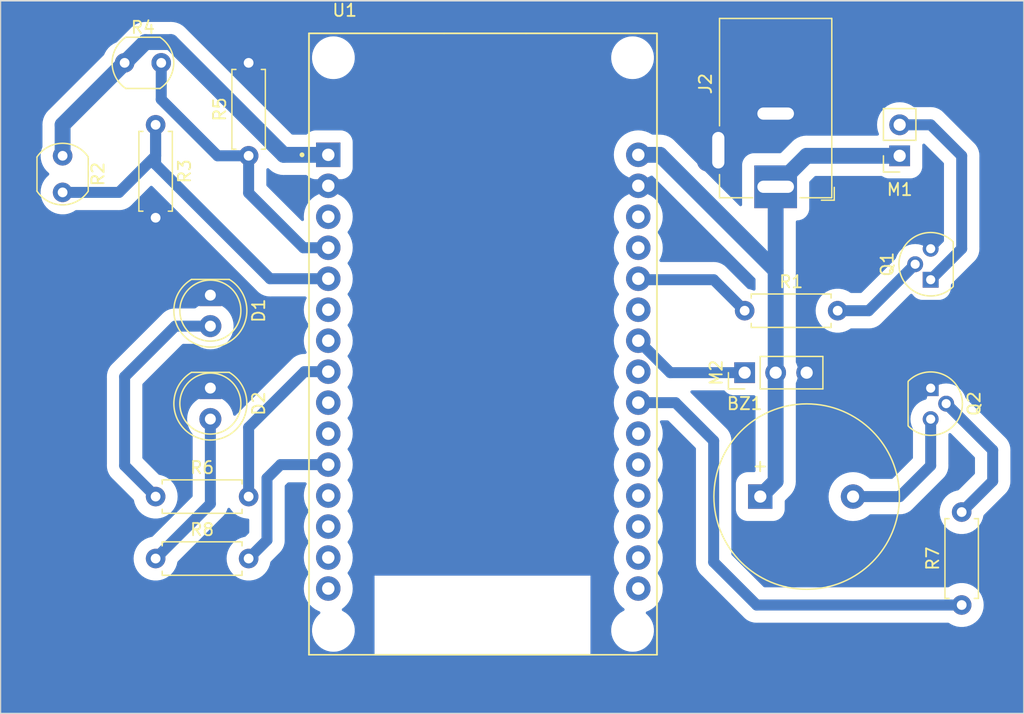
<source format=kicad_pcb>
(kicad_pcb (version 20221018) (generator pcbnew)
  (layers (0 "F.Cu" signal) (31 "B.Cu" signal) (34 "B.Paste" user) (35 "F.Paste" user) (36 "B.SilkS" user "B.Silkscreen") (37 "F.SilkS" user "F.Silkscreen") (38 "B.Mask" user) (39 "F.Mask" user) (44 "Edge.Cuts" user))
  (net 0 "")
  (net 1 "+5V")
  (net 2 "Net-(BZ1-+)")
  (net 3 "GND")
  (net 4 "Net-(D1-A)")
  (net 5 "Net-(D2-A)")
  (net 6 "Net-(M1--)")
  (net 7 "Net-(M2-PWM)")
  (net 8 "Net-(Q1-Pad2)")
  (net 9 "Net-(Q2-Pad2)")
  (net 10 "Net-(U1-D14)")
  (net 11 "+3.3V")
  (net 12 "Net-(U1-D4)")
  (net 13 "Net-(U1-D2)")
  (net 14 "Net-(U1-D5)")
  (net 15 "Net-(U1-D33)")
  (net 16 "Net-(U1-D21)")
  (footprint "Resistor_THT:R_Axial_DIN0207_L6.3mm_D2.5mm_P7.62mm_Horizontal" (layer "F.Cu") (at 83.82 91.44 90)
    (fp_text reference "R5" (at 3.81 -2.37 90) (layer "F.SilkS"))
    (fp_text value "10k")
    (fp_line (start 0.54 -1.37) (end 7.08 -1.37) (stroke (width 0.12)) (layer "F.SilkS"))
    (fp_line (start 0.54 -1.04) (end 0.54 -1.37) (stroke (width 0.12)) (layer "F.SilkS"))
    (fp_line (start 0.54 1.04) (end 0.54 1.37) (stroke (width 0.12)) (layer "F.SilkS"))
    (fp_line (start 0.54 1.37) (end 7.08 1.37) (stroke (width 0.12)) (layer "F.SilkS"))
    (fp_line (start 7.08 -1.37) (end 7.08 -1.04) (stroke (width 0.12)) (layer "F.SilkS"))
    (fp_line (start 7.08 1.37) (end 7.08 1.04) (stroke (width 0.12)) (layer "F.SilkS"))
    (pad "1" thru_hole circle (at 0 0 90) (size 1.6 1.6) (drill 0.8) (layers "*.Cu" "*.Mask") (net 13 "Net-(U1-D2)"))
    (pad "2" thru_hole oval (at 7.62 0 90) (size 1.6 1.6) (drill 0.8) (layers "*.Cu" "*.Mask") (net 3 "GND"))
  )
  (footprint "Resistor_THT:R_Axial_DIN0207_L6.3mm_D2.5mm_P7.62mm_Horizontal" (layer "F.Cu") (at 76.2 119.38)
    (fp_text reference "R6" (at 3.81 -2.37) (layer "F.SilkS"))
    (fp_text value "1k")
    (fp_line (start 0.54 -1.37) (end 7.08 -1.37) (stroke (width 0.12)) (layer "F.SilkS"))
    (fp_line (start 0.54 -1.04) (end 0.54 -1.37) (stroke (width 0.12)) (layer "F.SilkS"))
    (fp_line (start 0.54 1.04) (end 0.54 1.37) (stroke (width 0.12)) (layer "F.SilkS"))
    (fp_line (start 0.54 1.37) (end 7.08 1.37) (stroke (width 0.12)) (layer "F.SilkS"))
    (fp_line (start 7.08 -1.37) (end 7.08 -1.04) (stroke (width 0.12)) (layer "F.SilkS"))
    (fp_line (start 7.08 1.37) (end 7.08 1.04) (stroke (width 0.12)) (layer "F.SilkS"))
    (pad "1" thru_hole circle (at 0 0) (size 1.6 1.6) (drill 0.8) (layers "*.Cu" "*.Mask") (net 4 "Net-(D1-A)"))
    (pad "2" thru_hole oval (at 7.62 0) (size 1.6 1.6) (drill 0.8) (layers "*.Cu" "*.Mask") (net 14 "Net-(U1-D5)"))
  )
  (footprint "Package_TO_SOT_THT:TO-92" (layer "F.Cu") (at 139.7 110.49 -90)
    (fp_text reference "Q2" (at 1.27 -3.56 -90) (layer "F.SilkS"))
    (fp_text value "2N2222A")
    (fp_line (start -0.53 1.85) (end 3.07 1.85) (stroke (width 0.12)) (layer "F.SilkS"))
    (fp_arc (start -0.568478 1.838478) (mid -1.132087 -0.994977) (end 1.27 -2.6) (stroke (width 0.12)) (layer "F.SilkS"))
    (fp_arc (start 1.27 -2.6) (mid 3.672087 -0.994977) (end 3.108478 1.838478) (stroke (width 0.12)) (layer "F.SilkS"))
    (pad "1" thru_hole rect (at 0 0 270) (size 1.3 1.3) (drill 0.75) (layers "*.Cu" "*.Mask") (net 3 "GND"))
    (pad "2" thru_hole circle (at 1.27 -1.27 270) (size 1.3 1.3) (drill 0.75) (layers "*.Cu" "*.Mask") (net 9 "Net-(Q2-Pad2)"))
    (pad "3" thru_hole circle (at 2.54 0 270) (size 1.3 1.3) (drill 0.75) (layers "*.Cu" "*.Mask") (net 2 "Net-(BZ1-+)"))
  )
  (footprint "Connector_PinSocket_2.54mm:PinSocket_1x02_P2.54mm_Vertical" (layer "F.Cu") (at 137.16 91.44 180)
    (fp_text reference "M1" (at 0 -2.77) (layer "F.SilkS"))
    (fp_text value "Bomba de agua")
    (fp_line (start -1.33 1.27) (end -1.33 3.87) (stroke (width 0.12)) (layer "F.SilkS"))
    (fp_line (start -1.33 1.27) (end 1.33 1.27) (stroke (width 0.12)) (layer "F.SilkS"))
    (fp_line (start -1.33 3.87) (end 1.33 3.87) (stroke (width 0.12)) (layer "F.SilkS"))
    (fp_line (start 0 -1.33) (end 1.33 -1.33) (stroke (width 0.12)) (layer "F.SilkS"))
    (fp_line (start 1.33 -1.33) (end 1.33 0) (stroke (width 0.12)) (layer "F.SilkS"))
    (fp_line (start 1.33 1.27) (end 1.33 3.87) (stroke (width 0.12)) (layer "F.SilkS"))
    (pad "1" thru_hole rect (at 0 0 180) (size 1.7 1.7) (drill 1) (layers "*.Cu" "*.Mask") (net 1 "+5V"))
    (pad "2" thru_hole oval (at 0 2.54 180) (size 1.7 1.7) (drill 1) (layers "*.Cu" "*.Mask") (net 6 "Net-(M1--)"))
  )
  (footprint "Resistor_THT:R_Axial_DIN0207_L6.3mm_D2.5mm_P7.62mm_Horizontal" (layer "F.Cu") (at 142.24 128.27 90)
    (fp_text reference "R7" (at 3.81 -2.37 90) (layer "F.SilkS"))
    (fp_text value "1K")
    (fp_line (start 0.54 -1.37) (end 7.08 -1.37) (stroke (width 0.12)) (layer "F.SilkS"))
    (fp_line (start 0.54 -1.04) (end 0.54 -1.37) (stroke (width 0.12)) (layer "F.SilkS"))
    (fp_line (start 0.54 1.04) (end 0.54 1.37) (stroke (width 0.12)) (layer "F.SilkS"))
    (fp_line (start 0.54 1.37) (end 7.08 1.37) (stroke (width 0.12)) (layer "F.SilkS"))
    (fp_line (start 7.08 -1.37) (end 7.08 -1.04) (stroke (width 0.12)) (layer "F.SilkS"))
    (fp_line (start 7.08 1.37) (end 7.08 1.04) (stroke (width 0.12)) (layer "F.SilkS"))
    (pad "1" thru_hole circle (at 0 0 90) (size 1.6 1.6) (drill 0.8) (layers "*.Cu" "*.Mask") (net 15 "Net-(U1-D33)"))
    (pad "2" thru_hole oval (at 7.62 0 90) (size 1.6 1.6) (drill 0.8) (layers "*.Cu" "*.Mask") (net 9 "Net-(Q2-Pad2)"))
  )
  (footprint "Package_TO_SOT_THT:TO-92" (layer "F.Cu") (at 139.7 101.6 90)
    (fp_text reference "Q1" (at 1.27 -3.56 90) (layer "F.SilkS"))
    (fp_text value "2N2222A")
    (fp_line (start -0.53 1.85) (end 3.07 1.85) (stroke (width 0.12)) (layer "F.SilkS"))
    (fp_arc (start -0.568478 1.838478) (mid -1.132087 -0.994977) (end 1.27 -2.6) (stroke (width 0.12)) (layer "F.SilkS"))
    (fp_arc (start 1.27 -2.6) (mid 3.672087 -0.994977) (end 3.108478 1.838478) (stroke (width 0.12)) (layer "F.SilkS"))
    (pad "1" thru_hole rect (at 0 0 90) (size 1.3 1.3) (drill 0.75) (layers "*.Cu" "*.Mask") (net 6 "Net-(M1--)"))
    (pad "2" thru_hole circle (at 1.27 -1.27 90) (size 1.3 1.3) (drill 0.75) (layers "*.Cu" "*.Mask") (net 8 "Net-(Q1-Pad2)"))
    (pad "3" thru_hole circle (at 2.54 0 90) (size 1.3 1.3) (drill 0.75) (layers "*.Cu" "*.Mask") (net 3 "GND"))
  )
  (footprint "Resistor_THT:R_Axial_DIN0207_L6.3mm_D2.5mm_P7.62mm_Horizontal" (layer "F.Cu") (at 76.2 88.9 -90)
    (fp_text reference "R3" (at 3.81 -2.37 90) (layer "F.SilkS"))
    (fp_text value "10k")
    (fp_line (start 0.54 -1.37) (end 7.08 -1.37) (stroke (width 0.12)) (layer "F.SilkS"))
    (fp_line (start 0.54 -1.04) (end 0.54 -1.37) (stroke (width 0.12)) (layer "F.SilkS"))
    (fp_line (start 0.54 1.04) (end 0.54 1.37) (stroke (width 0.12)) (layer "F.SilkS"))
    (fp_line (start 0.54 1.37) (end 7.08 1.37) (stroke (width 0.12)) (layer "F.SilkS"))
    (fp_line (start 7.08 -1.37) (end 7.08 -1.04) (stroke (width 0.12)) (layer "F.SilkS"))
    (fp_line (start 7.08 1.37) (end 7.08 1.04) (stroke (width 0.12)) (layer "F.SilkS"))
    (pad "1" thru_hole circle (at 0 0 270) (size 1.6 1.6) (drill 0.8) (layers "*.Cu" "*.Mask") (net 12 "Net-(U1-D4)"))
    (pad "2" thru_hole oval (at 7.62 0 270) (size 1.6 1.6) (drill 0.8) (layers "*.Cu" "*.Mask") (net 3 "GND"))
  )
  (footprint "OptoDevice:R_LDR_5.0x4.1mm_P3mm_Vertical" (layer "F.Cu") (at 73.66 83.82)
    (fp_text reference "R4" (at 1.5 -2.9) (layer "F.SilkS"))
    (fp_text value "Foto_Resistencia")
    (fp_line (start 0.1 -2.1) (end 2.9 -2.1) (stroke (width 0.12)) (layer "F.SilkS"))
    (fp_line (start 0.1 2.1) (end 2.9 2.1) (stroke (width 0.12)) (layer "F.SilkS"))
    (fp_arc (start 0.1 2.1) (mid -1.023872 -0.008372) (end 0.113963 -2.109242) (stroke (width 0.12)) (layer "F.SilkS"))
    (fp_arc (start 2.9 -2.1) (mid 4.023872 0.008372) (end 2.886037 2.109242) (stroke (width 0.12)) (layer "F.SilkS"))
    (pad "1" thru_hole circle (at 0 0) (size 1.6 1.6) (drill 0.8) (layers "*.Cu" "*.Mask") (net 11 "+3.3V"))
    (pad "2" thru_hole circle (at 3 0) (size 1.6 1.6) (drill 0.8) (layers "*.Cu" "*.Mask") (net 13 "Net-(U1-D2)"))
  )
  (footprint "Connector_PinHeader_2.54mm:PinHeader_1x03_P2.54mm_Vertical" (layer "F.Cu") (at 124.46 109.22 90)
    (fp_text reference "M2" (at 0 -2.33 90) (layer "F.SilkS"))
    (fp_text value "Motor_Servo_mg995")
    (fp_line (start -1.33 -1.33) (end 0 -1.33) (stroke (width 0.12)) (layer "F.SilkS"))
    (fp_line (start -1.33 0) (end -1.33 -1.33) (stroke (width 0.12)) (layer "F.SilkS"))
    (fp_line (start -1.33 1.27) (end -1.33 6.41) (stroke (width 0.12)) (layer "F.SilkS"))
    (fp_line (start -1.33 1.27) (end 1.33 1.27) (stroke (width 0.12)) (layer "F.SilkS"))
    (fp_line (start -1.33 6.41) (end 1.33 6.41) (stroke (width 0.12)) (layer "F.SilkS"))
    (fp_line (start 1.33 1.27) (end 1.33 6.41) (stroke (width 0.12)) (layer "F.SilkS"))
    (pad "1" thru_hole rect (at 0 0 90) (size 1.7 1.7) (drill 1) (layers "*.Cu" "*.Mask") (net 7 "Net-(M2-PWM)"))
    (pad "2" thru_hole oval (at 0 2.54 90) (size 1.7 1.7) (drill 1) (layers "*.Cu" "*.Mask") (net 1 "+5V"))
    (pad "3" thru_hole oval (at 0 5.08 90) (size 1.7 1.7) (drill 1) (layers "*.Cu" "*.Mask") (net 3 "GND"))
  )
  (footprint "Resistor_THT:R_Axial_DIN0207_L6.3mm_D2.5mm_P7.62mm_Horizontal" (layer "F.Cu") (at 76.2 124.46)
    (fp_text reference "R8" (at 3.81 -2.37) (layer "F.SilkS"))
    (fp_text value "1k")
    (fp_line (start 0.54 -1.37) (end 7.08 -1.37) (stroke (width 0.12)) (layer "F.SilkS"))
    (fp_line (start 0.54 -1.04) (end 0.54 -1.37) (stroke (width 0.12)) (layer "F.SilkS"))
    (fp_line (start 0.54 1.04) (end 0.54 1.37) (stroke (width 0.12)) (layer "F.SilkS"))
    (fp_line (start 0.54 1.37) (end 7.08 1.37) (stroke (width 0.12)) (layer "F.SilkS"))
    (fp_line (start 7.08 -1.37) (end 7.08 -1.04) (stroke (width 0.12)) (layer "F.SilkS"))
    (fp_line (start 7.08 1.37) (end 7.08 1.04) (stroke (width 0.12)) (layer "F.SilkS"))
    (pad "1" thru_hole circle (at 0 0) (size 1.6 1.6) (drill 0.8) (layers "*.Cu" "*.Mask") (net 5 "Net-(D2-A)"))
    (pad "2" thru_hole oval (at 7.62 0) (size 1.6 1.6) (drill 0.8) (layers "*.Cu" "*.Mask") (net 16 "Net-(U1-D21)"))
  )
  (footprint "LED_THT:LED_D5.0mm" (layer "F.Cu") (at 80.685 110.485 -90)
    (fp_text reference "D2" (at 1.27 -3.96 -90) (layer "F.SilkS"))
    (fp_text value "2V_RED")
    (fp_line (start -1.29 -1.545) (end -1.29 1.545) (stroke (width 0.12)) (layer "F.SilkS"))
    (fp_arc (start -1.29 -1.54483) (mid 2.072002 -2.880433) (end 4.26 0.000462) (stroke (width 0.12)) (layer "F.SilkS"))
    (fp_arc (start 4.26 -0.000462) (mid 2.072002 2.880433) (end -1.29 1.54483) (stroke (width 0.12)) (layer "F.SilkS"))
    (fp_circle (center 1.27 0) (end 3.77 0) (stroke (width 0.12)) (fill none) (layer "F.SilkS"))
    (pad "1" thru_hole rect (at 0 0 270) (size 1.8 1.8) (drill 0.9) (layers "*.Cu" "*.Mask") (net 3 "GND"))
    (pad "2" thru_hole circle (at 2.54 0 270) (size 1.8 1.8) (drill 0.9) (layers "*.Cu" "*.Mask") (net 5 "Net-(D2-A)"))
  )
  (footprint "Connector_BarrelJack:BarrelJack_Horizontal" (layer "F.Cu") (at 127 93.98 -90)
    (fp_text reference "J2" (at -8.45 5.75 90) (layer "F.SilkS"))
    (fp_text value "Barrel_Jack_Switch")
    (fp_line (start -13.8 -4.6) (end 0.9 -4.6) (stroke (width 0.12)) (layer "F.SilkS"))
    (fp_line (start -13.8 4.6) (end -13.8 -4.6) (stroke (width 0.12)) (layer "F.SilkS"))
    (fp_line (start -5 4.6) (end -13.8 4.6) (stroke (width 0.12)) (layer "F.SilkS"))
    (fp_line (start 0.05 -4.8) (end 1.1 -4.8) (stroke (width 0.12)) (layer "F.SilkS"))
    (fp_line (start 0.9 -4.6) (end 0.9 -2) (stroke (width 0.12)) (layer "F.SilkS"))
    (fp_line (start 0.9 1.9) (end 0.9 4.6) (stroke (width 0.12)) (layer "F.SilkS"))
    (fp_line (start 0.9 4.6) (end -1 4.6) (stroke (width 0.12)) (layer "F.SilkS"))
    (fp_line (start 1.1 -3.75) (end 1.1 -4.8) (stroke (width 0.12)) (layer "F.SilkS"))
    (pad "1" thru_hole rect (at 0 0 270) (size 3.5 3.5) (drill oval 1 3) (layers "*.Cu" "*.Mask") (net 1 "+5V"))
    (pad "2" thru_hole roundrect (at -6 0 270) (size 3 3.5) (drill oval 1 3) (layers "*.Cu" "*.Mask") (net 3 "GND"))
    (pad "3" thru_hole roundrect (at -3 4.7 270) (size 3.5 3.5) (drill oval 3 1) (layers "*.Cu" "*.Mask") (net 3 "GND"))
  )
  (footprint "Resistor_THT:R_Axial_DIN0207_L6.3mm_D2.5mm_P7.62mm_Horizontal" (layer "F.Cu") (at 124.46 104.14)
    (fp_text reference "R1" (at 3.81 -2.37) (layer "F.SilkS"))
    (fp_text value "1K")
    (fp_line (start 0.54 -1.37) (end 7.08 -1.37) (stroke (width 0.12)) (layer "F.SilkS"))
    (fp_line (start 0.54 -1.04) (end 0.54 -1.37) (stroke (width 0.12)) (layer "F.SilkS"))
    (fp_line (start 0.54 1.04) (end 0.54 1.37) (stroke (width 0.12)) (layer "F.SilkS"))
    (fp_line (start 0.54 1.37) (end 7.08 1.37) (stroke (width 0.12)) (layer "F.SilkS"))
    (fp_line (start 7.08 -1.37) (end 7.08 -1.04) (stroke (width 0.12)) (layer "F.SilkS"))
    (fp_line (start 7.08 1.37) (end 7.08 1.04) (stroke (width 0.12)) (layer "F.SilkS"))
    (pad "1" thru_hole circle (at 0 0) (size 1.6 1.6) (drill 0.8) (layers "*.Cu" "*.Mask") (net 10 "Net-(U1-D14)"))
    (pad "2" thru_hole oval (at 7.62 0) (size 1.6 1.6) (drill 0.8) (layers "*.Cu" "*.Mask") (net 8 "Net-(Q1-Pad2)"))
  )
  (footprint "ESP32_V1:MODULE_ESP32_DEVKIT_V1" (layer "F.Cu") (at 103.045 106.875)
    (fp_text reference "U1" (at -11.355 -27.36) (layer "F.SilkS"))
    (fp_text value "ESP32-DEVKIT-V1")
    (fp_line (start -14.28 -25.475) (end -3.211 -25.475) (stroke (width 0.127)) (layer "F.SilkS"))
    (fp_line (start -14.28 -25.475) (end 14.23 -25.475) (stroke (width 0.127)) (layer "F.SilkS"))
    (fp_line (start -14.28 25.475) (end -14.28 -25.475) (stroke (width 0.127)) (layer "F.SilkS"))
    (fp_line (start -14.28 25.475) (end -14.28 -25.475) (stroke (width 0.127)) (layer "F.SilkS"))
    (fp_line (start -14.28 25.475) (end -8.91 25.475) (stroke (width 0.127)) (layer "F.SilkS"))
    (fp_line (start -8.91 25.475) (end 8.78 25.475) (stroke (width 0.127)) (layer "F.SilkS"))
    (fp_line (start -3.211 -25.475) (end 3.5 -25.475) (stroke (width 0.127)) (layer "F.SilkS"))
    (fp_line (start 3.5 -25.475) (end 14.23 -25.475) (stroke (width 0.127)) (layer "F.SilkS"))
    (fp_line (start 8.78 25.475) (end 14.23 25.475) (stroke (width 0.127)) (layer "F.SilkS"))
    (fp_line (start 14.23 -25.475) (end 14.23 25.475) (stroke (width 0.127)) (layer "F.SilkS"))
    (fp_line (start 14.23 -25.475) (end 14.23 25.475) (stroke (width 0.127)) (layer "F.SilkS"))
    (fp_line (start 14.23 25.475) (end -14.28 25.475) (stroke (width 0.127)) (layer "F.SilkS"))
    (fp_circle (center -14.85 -15.515) (end -14.75 -15.515) (stroke (width 0.2)) (fill none) (layer "F.SilkS"))
    (pad "" np_thru_hole circle (at -12.28 -23.475) (size 3 3) (drill 3) (layers "*.Cu" "*.Mask"))
    (pad "" np_thru_hole circle (at -12.28 23.475) (size 3 3) (drill 3) (layers "*.Cu" "*.Mask"))
    (pad "" np_thru_hole circle (at 12.23 -23.475) (size 3 3) (drill 3) (layers "*.Cu" "*.Mask"))
    (pad "" np_thru_hole circle (at 12.23 23.475) (size 3 3) (drill 3) (layers "*.Cu" "*.Mask"))
    (pad "1" thru_hole rect (at -12.7 -15.515) (size 2 2) (drill 1.02) (layers "*.Cu" "*.Mask") (net 11 "+3.3V"))
    (pad "2" thru_hole circle (at -12.7 -12.975) (size 2 2) (drill 1.02) (layers "*.Cu" "*.Mask") (net 3 "GND"))
    (pad "3" thru_hole circle (at -12.7 -10.435) (size 2 2) (drill 1.02) (layers "*.Cu" "*.Mask"))
    (pad "4" thru_hole circle (at -12.7 -7.895) (size 2 2) (drill 1.02) (layers "*.Cu" "*.Mask") (net 13 "Net-(U1-D2)"))
    (pad "5" thru_hole circle (at -12.7 -5.355) (size 2 2) (drill 1.02) (layers "*.Cu" "*.Mask") (net 12 "Net-(U1-D4)"))
    (pad "6" thru_hole circle (at -12.7 -2.815) (size 2 2) (drill 1.02) (layers "*.Cu" "*.Mask"))
    (pad "7" thru_hole circle (at -12.7 -0.275) (size 2 2) (drill 1.02) (layers "*.Cu" "*.Mask"))
    (pad "8" thru_hole circle (at -12.7 2.265) (size 2 2) (drill 1.02) (layers "*.Cu" "*.Mask") (net 14 "Net-(U1-D5)"))
    (pad "9" thru_hole circle (at -12.7 4.805) (size 2 2) (drill 1.02) (layers "*.Cu" "*.Mask"))
    (pad "10" thru_hole circle (at -12.7 7.345) (size 2 2) (drill 1.02) (layers "*.Cu" "*.Mask"))
    (pad "11" thru_hole circle (at -12.7 9.885) (size 2 2) (drill 1.02) (layers "*.Cu" "*.Mask") (net 16 "Net-(U1-D21)"))
    (pad "12" thru_hole circle (at -12.7 12.425) (size 2 2) (drill 1.02) (layers "*.Cu" "*.Mask"))
    (pad "13" thru_hole circle (at -12.7 14.965) (size 2 2) (drill 1.02) (layers "*.Cu" "*.Mask"))
    (pad "14" thru_hole circle (at -12.7 17.505) (size 2 2) (drill 1.02) (layers "*.Cu" "*.Mask"))
    (pad "15" thru_hole circle (at -12.7 20.045) (size 2 2) (drill 1.02) (layers "*.Cu" "*.Mask"))
    (pad "16" thru_hole circle (at 12.7 20.045) (size 2 2) (drill 1.02) (layers "*.Cu" "*.Mask"))
    (pad "17" thru_hole circle (at 12.7 17.505) (size 2 2) (drill 1.02) (layers "*.Cu" "*.Mask"))
    (pad "18" thru_hole circle (at 12.7 14.965) (size 2 2) (drill 1.02) (layers "*.Cu" "*.Mask"))
    (pad "19" thru_hole circle (at 12.7 12.425) (size 2 2) (drill 1.02) (layers "*.Cu" "*.Mask"))
    (pad "20" thru_hole circle (at 12.7 9.885) (size 2 2) (drill 1.02) (layers "*.Cu" "*.Mask"))
    (pad "21" thru_hole circle (at 12.7 7.345) (size 2 2) (drill 1.02) (layers "*.Cu" "*.Mask"))
    (pad "22" thru_hole circle (at 12.7 4.805) (size 2 2) (drill 1.02) (layers "*.Cu" "*.Mask") (net 15 "Net-(U1-D33)"))
    (pad "23" thru_hole circle (at 12.7 2.265) (size 2 2) (drill 1.02) (layers "*.Cu" "*.Mask"))
    (pad "24" thru_hole circle (at 12.7 -0.275) (size 2 2) (drill 1.02) (layers "*.Cu" "*.Mask") (net 7 "Net-(M2-PWM)"))
    (pad "25" thru_hole circle (at 12.7 -2.815) (size 2 2) (drill 1.02) (layers "*.Cu" "*.Mask"))
    (pad "26" thru_hole circle (at 12.7 -5.355) (size 2 2) (drill 1.02) (layers "*.Cu" "*.Mask") (net 10 "Net-(U1-D14)"))
    (pad "27" thru_hole circle (at 12.7 -7.895) (size 2 2) (drill 1.02) (layers "*.Cu" "*.Mask"))
    (pad "28" thru_hole circle (at 12.7 -10.435) (size 2 2) (drill 1.02) (layers "*.Cu" "*.Mask"))
    (pad "29" thru_hole circle (at 12.7 -12.975) (size 2 2) (drill 1.02) (layers "*.Cu" "*.Mask") (net 3 "GND"))
    (pad "30" thru_hole circle (at 12.7 -15.515) (size 2 2) (drill 1.02) (layers "*.Cu" "*.Mask") (net 1 "+5V"))
    (zone (net 0) (net_name "") (layer "B.Cu") (connect_pads (clearance 0)) (min_thickness 0.01)
      (keepout (tracks not_allowed) (vias not_allowed) (pads not_allowed) (copperpour not_allowed) (footprints allowed))
      (fill (thermal_gap 0.508) (thermal_bridge_width 0.508))
      (polygon (pts (xy 94.135 125.86) (xy 111.825 125.86) (xy 111.825 132.35) (xy 94.135 132.35)))
    )
  )
  (footprint "Buzzer_Beeper:Buzzer_15x7.5RM7.6" (layer "F.Cu") (at 125.74 119.38)
    (fp_text reference "BZ1" (at -1.28 -7.62) (layer "F.SilkS"))
    (fp_text value "5V_Buzzer")
    (fp_text user "+" (at -0.01 -2.54) (layer "F.SilkS"))
    (fp_circle (center 3.8 0) (end 11.4 0) (stroke (width 0.12)) (fill none) (layer "F.SilkS"))
    (pad "1" thru_hole rect (at 0 0) (size 2 2) (drill 1) (layers "*.Cu" "*.Mask") (net 1 "+5V"))
    (pad "2" thru_hole circle (at 7.6 0) (size 2 2) (drill 1) (layers "*.Cu" "*.Mask") (net 2 "Net-(BZ1-+)"))
  )
  (footprint "LED_THT:LED_D5.0mm" (layer "F.Cu") (at 80.685 102.865 -90)
    (fp_text reference "D1" (at 1.27 -3.96 -90) (layer "F.SilkS"))
    (fp_text value "2V_RED")
    (fp_line (start -1.29 -1.545) (end -1.29 1.545) (stroke (width 0.12)) (layer "F.SilkS"))
    (fp_arc (start -1.29 -1.54483) (mid 2.072002 -2.880433) (end 4.26 0.000462) (stroke (width 0.12)) (layer "F.SilkS"))
    (fp_arc (start 4.26 -0.000462) (mid 2.072002 2.880433) (end -1.29 1.54483) (stroke (width 0.12)) (layer "F.SilkS"))
    (fp_circle (center 1.27 0) (end 3.77 0) (stroke (width 0.12)) (fill none) (layer "F.SilkS"))
    (pad "1" thru_hole rect (at 0 0 270) (size 1.8 1.8) (drill 0.9) (layers "*.Cu" "*.Mask") (net 3 "GND"))
    (pad "2" thru_hole circle (at 2.54 0 270) (size 1.8 1.8) (drill 0.9) (layers "*.Cu" "*.Mask") (net 4 "Net-(D1-A)"))
  )
  (footprint "OptoDevice:R_LDR_5.0x4.1mm_P3mm_Vertical" (layer "F.Cu") (at 68.58 91.44 -90)
    (fp_text reference "R2" (at 1.5 -2.9 90) (layer "F.SilkS"))
    (fp_text value "Foto_Resistencia")
    (fp_line (start 0.1 -2.1) (end 2.9 -2.1) (stroke (width 0.12)) (layer "F.SilkS"))
    (fp_line (start 0.1 2.1) (end 2.9 2.1) (stroke (width 0.12)) (layer "F.SilkS"))
    (fp_arc (start 0.1 2.1) (mid -1.023872 -0.008372) (end 0.113963 -2.109242) (stroke (width 0.12)) (layer "F.SilkS"))
    (fp_arc (start 2.9 -2.1) (mid 4.023872 0.008372) (end 2.886037 2.109242) (stroke (width 0.12)) (layer "F.SilkS"))
    (pad "1" thru_hole circle (at 0 0 270) (size 1.6 1.6) (drill 0.8) (layers "*.Cu" "*.Mask") (net 11 "+3.3V"))
    (pad "2" thru_hole circle (at 3 0 270) (size 1.6 1.6) (drill 0.8) (layers "*.Cu" "*.Mask") (net 12 "Net-(U1-D4)"))
  )
  (gr_poly (pts (xy 63.5 78.74) (xy 147.32 78.74) (xy 147.32 137.16) (xy 63.5 137.16)) (stroke (width 0.1)) (fill none) (layer "Edge.Cuts"))
  (segment (start 127 118.12) (end 125.74 119.38) (width 1.3) (layer "B.Cu") (net 1))
  (segment (start 127 109.22) (end 127 118.12) (width 1.3) (layer "B.Cu") (net 1))
  (segment (start 129.54 91.44) (end 127 93.98) (width 1.3) (layer "B.Cu") (net 1))
  (segment (start 117.5225 91.36) (end 127 100.8375) (width 1.3) (layer "B.Cu") (net 1))
  (segment (start 115.745 91.36) (end 117.5225 91.36) (width 1.3) (layer "B.Cu") (net 1))
  (segment (start 127 109.22) (end 127 93.98) (width 1.3) (layer "B.Cu") (net 1))
  (segment (start 137.16 91.44) (end 129.54 91.44) (width 1.3) (layer "B.Cu") (net 1))
  (segment (start 139.7 116.84) (end 139.7 113.03) (width 0.9) (layer "B.Cu") (net 2))
  (segment (start 133.34 119.38) (end 137.16 119.38) (width 0.9) (layer "B.Cu") (net 2))
  (segment (start 137.16 119.38) (end 139.7 116.84) (width 0.9) (layer "B.Cu") (net 2))
  (segment (start 127 87.98) (end 127 88.9) (width 1.3) (layer "F.Cu") (net 3))
  (segment (start 73.66 116.84) (end 76.2 119.38) (width 0.9) (layer "B.Cu") (net 4))
  (segment (start 73.66 109.555) (end 73.66 116.84) (width 0.9) (layer "B.Cu") (net 4))
  (segment (start 80.685 105.405) (end 77.81 105.405) (width 0.9) (layer "B.Cu") (net 4))
  (segment (start 77.81 105.405) (end 73.66 109.555) (width 0.9) (layer "B.Cu") (net 4))
  (segment (start 80.685 119.975) (end 76.2 124.46) (width 0.9) (layer "B.Cu") (net 5))
  (segment (start 80.685 113.025) (end 80.685 119.975) (width 0.9) (layer "B.Cu") (net 5))
  (segment (start 139.7 101.6) (end 142.24 99.06) (width 0.9) (layer "B.Cu") (net 6))
  (segment (start 139.7 88.9) (end 137.16 88.9) (width 0.9) (layer "B.Cu") (net 6))
  (segment (start 142.24 99.06) (end 142.24 91.44) (width 0.9) (layer "B.Cu") (net 6))
  (segment (start 142.24 91.44) (end 139.7 88.9) (width 0.9) (layer "B.Cu") (net 6))
  (segment (start 115.745 106.6) (end 118.365 109.22) (width 0.9) (layer "B.Cu") (net 7))
  (segment (start 118.365 109.22) (end 124.46 109.22) (width 0.9) (layer "B.Cu") (net 7))
  (segment (start 134.62 104.14) (end 138.43 100.33) (width 0.9) (layer "B.Cu") (net 8))
  (segment (start 132.08 104.14) (end 134.62 104.14) (width 0.9) (layer "B.Cu") (net 8))
  (segment (start 144.78 115.57) (end 140.97 111.76) (width 0.9) (layer "B.Cu") (net 9))
  (segment (start 144.78 118.11) (end 144.78 115.57) (width 0.9) (layer "B.Cu") (net 9))
  (segment (start 142.24 120.65) (end 144.78 118.11) (width 0.9) (layer "B.Cu") (net 9))
  (segment (start 124.46 104.14) (end 121.92 101.6) (width 0.9) (layer "B.Cu") (net 10))
  (segment (start 121.92 101.6) (end 115.825 101.6) (width 0.9) (layer "B.Cu") (net 10))
  (segment (start 115.825 101.6) (end 115.745 101.52) (width 0.9) (layer "B.Cu") (net 10))
  (segment (start 90.345 91.36) (end 86.689664 91.36) (width 1.3) (layer "B.Cu") (net 11))
  (segment (start 75.364 82.116) (end 73.66 83.82) (width 1.3) (layer "B.Cu") (net 11))
  (segment (start 68.58 91.44) (end 68.58 88.9) (width 1.3) (layer "B.Cu") (net 11))
  (segment (start 77.445664 82.116) (end 75.364 82.116) (width 1.3) (layer "B.Cu") (net 11))
  (segment (start 68.58 88.9) (end 73.66 83.82) (width 1.3) (layer "B.Cu") (net 11))
  (segment (start 86.689664 91.36) (end 77.445664 82.116) (width 1.3) (layer "B.Cu") (net 11))
  (segment (start 73.2 94.44) (end 76.2 91.44) (width 0.9) (layer "B.Cu") (net 12))
  (segment (start 68.58 94.44) (end 73.2 94.44) (width 0.9) (layer "B.Cu") (net 12))
  (segment (start 85.577214 101.52) (end 90.345 101.52) (width 0.9) (layer "B.Cu") (net 12))
  (segment (start 76.2 91.44) (end 76.2 88.9) (width 0.9) (layer "B.Cu") (net 12))
  (segment (start 76.2 88.9) (end 76.2 92.142786) (width 0.9) (layer "B.Cu") (net 12))
  (segment (start 76.2 92.142786) (end 85.577214 101.52) (width 0.9) (layer "B.Cu") (net 12))
  (segment (start 83.82 91.44) (end 81.28 91.44) (width 0.9) (layer "B.Cu") (net 13))
  (segment (start 90.345 98.98) (end 88.3125 98.98) (width 0.9) (layer "B.Cu") (net 13))
  (segment (start 83.82 94.4875) (end 83.82 91.44) (width 0.9) (layer "B.Cu") (net 13))
  (segment (start 76.66 86.82) (end 76.66 83.82) (width 0.9) (layer "B.Cu") (net 13))
  (segment (start 81.28 91.44) (end 76.66 86.82) (width 0.9) (layer "B.Cu") (net 13))
  (segment (start 88.3125 98.98) (end 83.82 94.4875) (width 0.9) (layer "B.Cu") (net 13))
  (segment (start 83.82 119.38) (end 83.82 113.7125) (width 0.9) (layer "B.Cu") (net 14))
  (segment (start 83.82 113.7125) (end 88.3925 109.14) (width 0.9) (layer "B.Cu") (net 14))
  (segment (start 88.3925 109.14) (end 90.345 109.14) (width 0.9) (layer "B.Cu") (net 14))
  (segment (start 125.441472 128.27) (end 121.92 124.748528) (width 0.9) (layer "B.Cu") (net 15))
  (segment (start 118.7925 111.68) (end 115.745 111.68) (width 0.9) (layer "B.Cu") (net 15))
  (segment (start 142.24 128.27) (end 125.441472 128.27) (width 0.9) (layer "B.Cu") (net 15))
  (segment (start 121.92 114.8075) (end 118.7925 111.68) (width 0.9) (layer "B.Cu") (net 15))
  (segment (start 121.92 124.748528) (end 121.92 114.8075) (width 0.9) (layer "B.Cu") (net 15))
  (segment (start 85.324 122.956) (end 83.82 124.46) (width 0.9) (layer "B.Cu") (net 16))
  (segment (start 85.324 117.876) (end 85.324 122.956) (width 0.9) (layer "B.Cu") (net 16))
  (segment (start 86.44 116.76) (end 85.324 117.876) (width 0.9) (layer "B.Cu") (net 16))
  (segment (start 90.345 116.76) (end 86.44 116.76) (width 0.9) (layer "B.Cu") (net 16))
  (zone (net 3) (net_name "GND") (layer "B.Cu") (connect_pads yes (clearance 1)) (min_thickness 0.25) (fill yes (thermal_gap 0.5) (thermal_bridge_width 0.5))
    (polygon (pts (xy 147.32 78.74) (xy 63.5 78.74) (xy 63.5 137.16) (xy 147.32 137.16)))
  )
)
</source>
